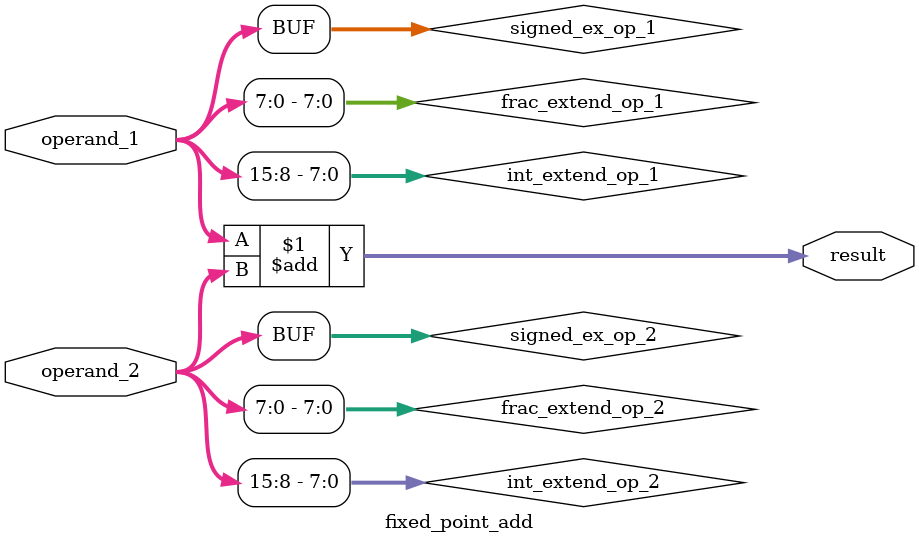
<source format=sv>

module fixed_point_add #(
  parameter WORD_WIDTH_1   = 16                               , // Total length of the operand 1
  parameter INT_WIDTH_1    = 8                                , // Int width of the operand 1
  parameter FRAC_WIDTH_1   = WORD_WIDTH_1 - INT_WIDTH_1       , // Factional width of operand 1
  parameter WORD_WIDTH_2   = 16                               , // Total length of the operand 2
  parameter INT_WIDTH_2    = 8                                , // Int width of the operand 2
  parameter FRAC_WIDTH_2   = WORD_WIDTH_2 - INT_WIDTH_2       , // Factional width of operand 2
  parameter INT_WIDTH_OUT  = (INT_WIDTH_1 >= INT_WIDTH_2) ?    
                              INT_WIDTH_1 : INT_WIDTH_2       , // Int width of the output
  parameter FRAC_WIDTH_OUT = (FRAC_WIDTH_1 >= FRAC_WIDTH_2) ?  
                              FRAC_WIDTH_1 : FRAC_WIDTH_2     , // Fractional width of the output
  parameter WORD_WIDTH_OUT = INT_WIDTH_OUT + FRAC_WIDTH_OUT     // Total length of the output
)
(
  input  logic [WORD_WIDTH_1-1:0  ] operand_1, // Operand 1
  input  logic [WORD_WIDTH_2-1:0  ] operand_2, // Operand 2
  output logic [WORD_WIDTH_OUT-1:0] result     // Result = operand 1 + operand 2
);
  
  // Assume that negative numbers have been represented in 2's complement

  //==============================================================================
  //                           Internal signals
  //==============================================================================

  logic [WORD_WIDTH_OUT-1:0] signed_ex_op_1  ; // Signed extended of the operand 1
  logic [INT_WIDTH_OUT-1:0 ] int_extend_op_1 ; // Int extended of the operand 1
  logic [FRAC_WIDTH_OUT-1:0] frac_extend_op_1; // Fractional extended of the operand 1
  logic [WORD_WIDTH_OUT-1:0] signed_ex_op_2  ; // Signed extended of the operand 2
  logic [INT_WIDTH_OUT-1:0 ] int_extend_op_2 ; // Int extended of the operand 2
  logic [FRAC_WIDTH_OUT-1:0] frac_extend_op_2; // Fractional extended of the operand 2

  //==============================================================================
  //                               Computing
  //==============================================================================

  // ----------
  // int_extend
  // ----------
  generate
    if (INT_WIDTH_1 > INT_WIDTH_2) begin
      assign int_extend_op_1 = operand_1[WORD_WIDTH_1-1:FRAC_WIDTH_1];
      assign int_extend_op_2 = {{(INT_WIDTH_1 - INT_WIDTH_2){1'b0}}, 
                                 operand_2[WORD_WIDTH_2-1:FRAC_WIDTH_2]};
    end
    else if (INT_WIDTH_1 < INT_WIDTH_2) begin
      assign int_extend_op_1 = {{(INT_WIDTH_2 - INT_WIDTH_1){1'b0}}, 
                                  operand_1[WORD_WIDTH_1-1:FRAC_WIDTH_1]};
      assign int_extend_op_2 = operand_2[WORD_WIDTH_2-1:FRAC_WIDTH_2];
    end
    else begin
      assign int_extend_op_1 = operand_1[WORD_WIDTH_1-1:FRAC_WIDTH_1];
      assign int_extend_op_2 = operand_2[WORD_WIDTH_2-1:FRAC_WIDTH_2];
    end
  endgenerate

  // -----------
  // frac_extend
  // -----------
  generate
    if (FRAC_WIDTH_1 > FRAC_WIDTH_2) begin
      assign frac_extend_op_1 = operand_1[FRAC_WIDTH_1-1:0];
      assign frac_extend_op_2 = {operand_2[FRAC_WIDTH_2-1:0]          , 
                                 {(FRAC_WIDTH_1 - FRAC_WIDTH_2){1'b0}}};
    end
    else if (FRAC_WIDTH_1 < FRAC_WIDTH_2) begin
      assign frac_extend_op_1 = {operand_1[FRAC_WIDTH_1-1:0]          , 
                                 {(FRAC_WIDTH_2 - FRAC_WIDTH_1){1'b0}}};
      assign frac_extend_op_2 = operand_2[FRAC_WIDTH_2-1:0];
    end
    else begin
      assign frac_extend_op_1 = operand_1[FRAC_WIDTH_1:0];
      assign frac_extend_op_2 = operand_2[FRAC_WIDTH_2:0];
    end
  endgenerate

  // -------------
  // signed_extend
  // -------------
  assign signed_ex_op_1 = {int_extend_op_1, frac_extend_op_1};
  assign signed_ex_op_2 = {int_extend_op_2, frac_extend_op_2};

  // ------
  // result
  // ------
  assign result = signed_ex_op_1 + signed_ex_op_2;

endmodule : fixed_point_add
</source>
